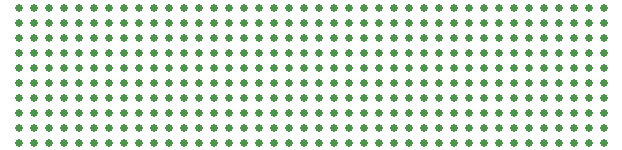
<source format=gbr>
G04 EAGLE Gerber RS-274X export*
G75*
%MOMM*%
%FSLAX34Y34*%
%LPD*%
%INSolderpaste Bottom*%
%IPPOS*%
%AMOC8*
5,1,8,0,0,1.08239X$1,22.5*%
G01*
%ADD10C,0.640000*%


D10*
X281850Y163650D03*
X294550Y163650D03*
X307250Y163650D03*
X319950Y163650D03*
X332650Y163650D03*
X345350Y163650D03*
X358050Y163650D03*
X370750Y163650D03*
X383450Y163650D03*
X396150Y163650D03*
X408850Y163650D03*
X421550Y163650D03*
X434250Y163650D03*
X446950Y163650D03*
X459650Y163650D03*
X472350Y163650D03*
X485050Y163650D03*
X497750Y163650D03*
X510450Y163650D03*
X523150Y163650D03*
X535850Y163650D03*
X548550Y163650D03*
X561250Y163650D03*
X573950Y163650D03*
X586650Y163650D03*
X599350Y163650D03*
X612050Y163650D03*
X624750Y163650D03*
X637450Y163650D03*
X650150Y163650D03*
X662850Y163650D03*
X675550Y163650D03*
X688250Y163650D03*
X700950Y163650D03*
X713650Y163650D03*
X726350Y163650D03*
X739050Y163650D03*
X751750Y163650D03*
X764450Y163650D03*
X777150Y163650D03*
X281850Y150950D03*
X294550Y150950D03*
X307250Y150950D03*
X319950Y150950D03*
X332650Y150950D03*
X345350Y150950D03*
X358050Y150950D03*
X370750Y150950D03*
X383450Y150950D03*
X396150Y150950D03*
X408850Y150950D03*
X421550Y150950D03*
X434250Y150950D03*
X446950Y150950D03*
X459650Y150950D03*
X472350Y150950D03*
X485050Y150950D03*
X497750Y150950D03*
X510450Y150950D03*
X523150Y150950D03*
X535850Y150950D03*
X548550Y150950D03*
X561250Y150950D03*
X573950Y150950D03*
X586650Y150950D03*
X599350Y150950D03*
X612050Y150950D03*
X624750Y150950D03*
X637450Y150950D03*
X650150Y150950D03*
X662850Y150950D03*
X675550Y150950D03*
X688250Y150950D03*
X700950Y150950D03*
X713650Y150950D03*
X726350Y150950D03*
X739050Y150950D03*
X751750Y150950D03*
X764450Y150950D03*
X777150Y150950D03*
X281850Y138250D03*
X294550Y138250D03*
X307250Y138250D03*
X319950Y138250D03*
X332650Y138250D03*
X345350Y138250D03*
X358050Y138250D03*
X370750Y138250D03*
X383450Y138250D03*
X396150Y138250D03*
X408850Y138250D03*
X421550Y138250D03*
X434250Y138250D03*
X446950Y138250D03*
X459650Y138250D03*
X472350Y138250D03*
X485050Y138250D03*
X497750Y138250D03*
X510450Y138250D03*
X523150Y138250D03*
X535850Y138250D03*
X548550Y138250D03*
X561250Y138250D03*
X573950Y138250D03*
X586650Y138250D03*
X599350Y138250D03*
X612050Y138250D03*
X624750Y138250D03*
X637450Y138250D03*
X650150Y138250D03*
X662850Y138250D03*
X675550Y138250D03*
X688250Y138250D03*
X700950Y138250D03*
X713650Y138250D03*
X726350Y138250D03*
X739050Y138250D03*
X751750Y138250D03*
X764450Y138250D03*
X777150Y138250D03*
X281850Y125550D03*
X294550Y125550D03*
X307250Y125550D03*
X319950Y125550D03*
X332650Y125550D03*
X345350Y125550D03*
X358050Y125550D03*
X370750Y125550D03*
X383450Y125550D03*
X396150Y125550D03*
X408850Y125550D03*
X421550Y125550D03*
X434250Y125550D03*
X446950Y125550D03*
X459650Y125550D03*
X472350Y125550D03*
X485050Y125550D03*
X497750Y125550D03*
X510450Y125550D03*
X523150Y125550D03*
X535850Y125550D03*
X548550Y125550D03*
X561250Y125550D03*
X573950Y125550D03*
X586650Y125550D03*
X599350Y125550D03*
X612050Y125550D03*
X624750Y125550D03*
X637450Y125550D03*
X650150Y125550D03*
X662850Y125550D03*
X675550Y125550D03*
X688250Y125550D03*
X700950Y125550D03*
X713650Y125550D03*
X726350Y125550D03*
X739050Y125550D03*
X751750Y125550D03*
X764450Y125550D03*
X777150Y125550D03*
X281850Y112850D03*
X294550Y112850D03*
X307250Y112850D03*
X319950Y112850D03*
X332650Y112850D03*
X345350Y112850D03*
X358050Y112850D03*
X370750Y112850D03*
X383450Y112850D03*
X396150Y112850D03*
X408850Y112850D03*
X421550Y112850D03*
X434250Y112850D03*
X446950Y112850D03*
X459650Y112850D03*
X472350Y112850D03*
X485050Y112850D03*
X497750Y112850D03*
X510450Y112850D03*
X523150Y112850D03*
X535850Y112850D03*
X548550Y112850D03*
X561250Y112850D03*
X573950Y112850D03*
X586650Y112850D03*
X599350Y112850D03*
X612050Y112850D03*
X624750Y112850D03*
X637450Y112850D03*
X650150Y112850D03*
X662850Y112850D03*
X675550Y112850D03*
X688250Y112850D03*
X700950Y112850D03*
X713650Y112850D03*
X726350Y112850D03*
X739050Y112850D03*
X751750Y112850D03*
X764450Y112850D03*
X777150Y112850D03*
X281850Y100150D03*
X294550Y100150D03*
X307250Y100150D03*
X319950Y100150D03*
X332650Y100150D03*
X345350Y100150D03*
X358050Y100150D03*
X370750Y100150D03*
X383450Y100150D03*
X396150Y100150D03*
X408850Y100150D03*
X421550Y100150D03*
X434250Y100150D03*
X446950Y100150D03*
X459650Y100150D03*
X472350Y100150D03*
X485050Y100150D03*
X497750Y100150D03*
X510450Y100150D03*
X523150Y100150D03*
X535850Y100150D03*
X548550Y100150D03*
X561250Y100150D03*
X573950Y100150D03*
X586650Y100150D03*
X599350Y100150D03*
X612050Y100150D03*
X624750Y100150D03*
X637450Y100150D03*
X650150Y100150D03*
X662850Y100150D03*
X675550Y100150D03*
X688250Y100150D03*
X700950Y100150D03*
X713650Y100150D03*
X726350Y100150D03*
X739050Y100150D03*
X751750Y100150D03*
X764450Y100150D03*
X777150Y100150D03*
X281850Y87450D03*
X294550Y87450D03*
X307250Y87450D03*
X319950Y87450D03*
X332650Y87450D03*
X345350Y87450D03*
X358050Y87450D03*
X370750Y87450D03*
X383450Y87450D03*
X396150Y87450D03*
X408850Y87450D03*
X421550Y87450D03*
X434250Y87450D03*
X446950Y87450D03*
X459650Y87450D03*
X472350Y87450D03*
X485050Y87450D03*
X497750Y87450D03*
X510450Y87450D03*
X523150Y87450D03*
X535850Y87450D03*
X548550Y87450D03*
X561250Y87450D03*
X573950Y87450D03*
X586650Y87450D03*
X599350Y87450D03*
X612050Y87450D03*
X624750Y87450D03*
X637450Y87450D03*
X650150Y87450D03*
X662850Y87450D03*
X675550Y87450D03*
X688250Y87450D03*
X700950Y87450D03*
X713650Y87450D03*
X726350Y87450D03*
X739050Y87450D03*
X751750Y87450D03*
X764450Y87450D03*
X777150Y87450D03*
X281850Y74750D03*
X294550Y74750D03*
X307250Y74750D03*
X319950Y74750D03*
X332650Y74750D03*
X345350Y74750D03*
X358050Y74750D03*
X370750Y74750D03*
X383450Y74750D03*
X396150Y74750D03*
X408850Y74750D03*
X421550Y74750D03*
X434250Y74750D03*
X446950Y74750D03*
X459650Y74750D03*
X472350Y74750D03*
X485050Y74750D03*
X497750Y74750D03*
X510450Y74750D03*
X523150Y74750D03*
X535850Y74750D03*
X548550Y74750D03*
X561250Y74750D03*
X573950Y74750D03*
X586650Y74750D03*
X599350Y74750D03*
X612050Y74750D03*
X624750Y74750D03*
X637450Y74750D03*
X650150Y74750D03*
X662850Y74750D03*
X675550Y74750D03*
X688250Y74750D03*
X700950Y74750D03*
X713650Y74750D03*
X726350Y74750D03*
X739050Y74750D03*
X751750Y74750D03*
X764450Y74750D03*
X777150Y74750D03*
X281850Y62050D03*
X294550Y62050D03*
X307250Y62050D03*
X319950Y62050D03*
X332650Y62050D03*
X345350Y62050D03*
X358050Y62050D03*
X370750Y62050D03*
X383450Y62050D03*
X396150Y62050D03*
X408850Y62050D03*
X421550Y62050D03*
X434250Y62050D03*
X446950Y62050D03*
X459650Y62050D03*
X472350Y62050D03*
X485050Y62050D03*
X497750Y62050D03*
X510450Y62050D03*
X523150Y62050D03*
X535850Y62050D03*
X548550Y62050D03*
X561250Y62050D03*
X573950Y62050D03*
X586650Y62050D03*
X599350Y62050D03*
X612050Y62050D03*
X624750Y62050D03*
X637450Y62050D03*
X650150Y62050D03*
X662850Y62050D03*
X675550Y62050D03*
X688250Y62050D03*
X700950Y62050D03*
X713650Y62050D03*
X726350Y62050D03*
X739050Y62050D03*
X751750Y62050D03*
X764450Y62050D03*
X777150Y62050D03*
X281850Y49350D03*
X294550Y49350D03*
X307250Y49350D03*
X319950Y49350D03*
X332650Y49350D03*
X345350Y49350D03*
X358050Y49350D03*
X370750Y49350D03*
X383450Y49350D03*
X396150Y49350D03*
X408850Y49350D03*
X421550Y49350D03*
X434250Y49350D03*
X446950Y49350D03*
X459650Y49350D03*
X472350Y49350D03*
X485050Y49350D03*
X497750Y49350D03*
X510450Y49350D03*
X523150Y49350D03*
X535850Y49350D03*
X548550Y49350D03*
X561250Y49350D03*
X573950Y49350D03*
X586650Y49350D03*
X599350Y49350D03*
X612050Y49350D03*
X624750Y49350D03*
X637450Y49350D03*
X650150Y49350D03*
X662850Y49350D03*
X675550Y49350D03*
X688250Y49350D03*
X700950Y49350D03*
X713650Y49350D03*
X726350Y49350D03*
X739050Y49350D03*
X751750Y49350D03*
X764450Y49350D03*
X777150Y49350D03*
M02*

</source>
